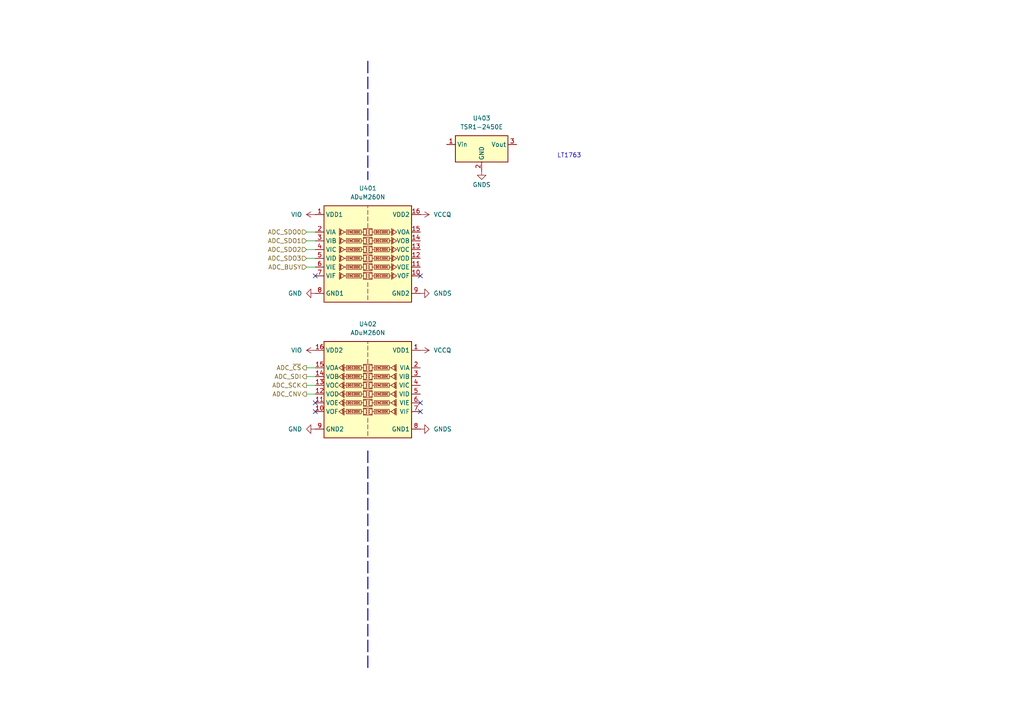
<source format=kicad_sch>
(kicad_sch (version 20231120) (generator "eeschema") (generator_version "8.0")
  (paper "A4")
  (lib_symbols
    (symbol "AD4030:VIO" (power) (pin_numbers hide) (pin_names (offset 0) hide)
      (property "Value" "VIO" (at 0 3.556 0))
      (symbol "VIO_0_1"
        (polyline (pts (xy -0.762 1.27) (xy 0 2.54)))
        (polyline (pts (xy 0 0) (xy 0 2.54)))
        (polyline (pts (xy 0 2.54) (xy 0.762 1.27)))
      )
      (symbol "VIO_1_1"
        (pin power_in line (at 0 0 90) (length 0) (name "~") (number "1"))
      )
    )
    (symbol "Isolator:ADuM260N"
      (property "Reference" "U" (at -11.43 16.51 0))
      (property "Value" "ADuM260N" (at 7.62 16.51 0))
      (symbol "ADuM260N_0_1"
        (polyline (pts (xy -8.001 8.128) (xy -7.62 8.128)))
        (polyline (pts (xy -8.0518 7.112) (xy -7.7978 7.112) (xy -7.7978 8.128)))
        (polyline (pts (xy -8.001 8.128) (xy -8.001 7.112) (xy -8.128 7.112)))
        (polyline (pts (xy -6.731 7.62) (xy -8.255 8.636) (xy -8.255 6.604) (xy -6.731 7.62)))
      )
      (symbol "ADuM260N_1_0"
        (rectangle (start -1.27 -4.064) (end 1.27 -6.096))
        (rectangle (start -1.27 -1.524) (end 1.27 -3.556))
        (rectangle (start -1.27 1.016) (end 1.27 -1.016))
        (rectangle (start -1.27 3.556) (end 1.27 1.524))
        (rectangle (start -1.27 6.096) (end 1.27 4.064))
        (rectangle (start -1.27 8.636) (end 1.27 6.604))
        (arc (start -0.508 -5.842) (mid -0.2551 -5.588) (end -0.508 -5.334))
        (arc (start -0.508 -5.334) (mid -0.2551 -5.08) (end -0.508 -4.826))
        (arc (start -0.508 -4.826) (mid -0.2551 -4.572) (end -0.508 -4.318))
        (arc (start -0.508 -3.302) (mid -0.2551 -3.048) (end -0.508 -2.794))
        (arc (start -0.508 -2.794) (mid -0.2551 -2.54) (end -0.508 -2.286))
        (arc (start -0.508 -2.286) (mid -0.2551 -2.032) (end -0.508 -1.778))
        (arc (start -0.508 -0.762) (mid -0.2551 -0.508) (end -0.508 -0.254))
        (arc (start -0.508 -0.254) (mid -0.2551 0) (end -0.508 0.254))
        (arc (start -0.508 0.254) (mid -0.2551 0.508) (end -0.508 0.762))
        (arc (start -0.508 1.778) (mid -0.2551 2.032) (end -0.508 2.286))
        (arc (start -0.508 2.286) (mid -0.2551 2.54) (end -0.508 2.794))
        (arc (start -0.508 2.794) (mid -0.2551 3.048) (end -0.508 3.302))
        (arc (start -0.508 4.318) (mid -0.2551 4.572) (end -0.508 4.826))
        (arc (start -0.508 4.826) (mid -0.2551 5.08) (end -0.508 5.334))
        (arc (start -0.508 5.334) (mid -0.2551 5.588) (end -0.508 5.842))
        (arc (start -0.508 6.858) (mid -0.2551 7.112) (end -0.508 7.366))
        (arc (start -0.508 7.366) (mid -0.2551 7.62) (end -0.508 7.874))
        (arc (start -0.508 7.874) (mid -0.2551 8.128) (end -0.508 8.382))
        (polyline (pts (xy -6.223 -5.08) (xy -6.858 -5.08)))
        (polyline (pts (xy -6.223 -2.54) (xy -6.858 -2.54)))
        (polyline (pts (xy -6.223 0) (xy -6.858 0)))
        (polyline (pts (xy -6.223 2.54) (xy -6.858 2.54)))
        (polyline (pts (xy -6.223 5.08) (xy -6.858 5.08)))
        (polyline (pts (xy -6.223 7.62) (xy -6.858 7.62)))
        (polyline (pts (xy -1.905 -5.08) (xy -1.27 -5.08)))
        (polyline (pts (xy -1.905 -2.54) (xy -1.27 -2.54)))
        (polyline (pts (xy -1.905 0) (xy -1.27 0)))
        (polyline (pts (xy -1.905 2.54) (xy -1.27 2.54)))
        (polyline (pts (xy -1.905 5.08) (xy -1.27 5.08)))
        (polyline (pts (xy -1.905 7.62) (xy -1.27 7.62)))
        (polyline (pts (xy -1.27 -5.842) (xy -0.508 -5.842)))
        (polyline (pts (xy -1.27 -4.318) (xy -0.508 -4.318)))
        (polyline (pts (xy -1.27 -3.302) (xy -0.508 -3.302)))
        (polyline (pts (xy -1.27 -1.778) (xy -0.508 -1.778)))
        (polyline (pts (xy -1.27 -0.762) (xy -0.508 -0.762)))
        (polyline (pts (xy -1.27 0.762) (xy -0.508 0.762)))
        (polyline (pts (xy -1.27 1.778) (xy -0.508 1.778)))
        (polyline (pts (xy -1.27 3.302) (xy -0.508 3.302)))
        (polyline (pts (xy -1.27 4.318) (xy -0.508 4.318)))
        (polyline (pts (xy -1.27 5.842) (xy -0.508 5.842)))
        (polyline (pts (xy -1.27 6.858) (xy -0.508 6.858)))
        (polyline (pts (xy -1.27 8.382) (xy -0.508 8.382)))
        (polyline (pts (xy 0 -10.795) (xy 0 -12.065)))
        (polyline (pts (xy 0 -8.89) (xy 0 -10.16)))
        (polyline (pts (xy 0 -6.985) (xy 0 -8.255)))
        (polyline (pts (xy 0 8.89) (xy 0 10.16)))
        (polyline (pts (xy 0 12.065) (xy 0 10.795)))
        (polyline (pts (xy 0 13.97) (xy 0 12.7)))
        (polyline (pts (xy 0 14.605) (xy 0 15.24)))
        (polyline (pts (xy 1.27 -5.842) (xy 0.508 -5.842)))
        (polyline (pts (xy 1.27 -4.318) (xy 0.508 -4.318)))
        (polyline (pts (xy 1.27 -3.302) (xy 0.508 -3.302)))
        (polyline (pts (xy 1.27 -1.778) (xy 0.508 -1.778)))
        (polyline (pts (xy 1.27 -0.762) (xy 0.508 -0.762)))
        (polyline (pts (xy 1.27 0.762) (xy 0.508 0.762)))
        (polyline (pts (xy 1.27 1.778) (xy 0.508 1.778)))
        (polyline (pts (xy 1.27 3.302) (xy 0.508 3.302)))
        (polyline (pts (xy 1.27 4.318) (xy 0.508 4.318)))
        (polyline (pts (xy 1.27 5.842) (xy 0.508 5.842)))
        (polyline (pts (xy 1.27 6.858) (xy 0.508 6.858)))
        (polyline (pts (xy 1.27 8.382) (xy 0.508 8.382)))
        (polyline (pts (xy 1.905 -5.08) (xy 1.27 -5.08)))
        (polyline (pts (xy 1.905 -2.54) (xy 1.27 -2.54)))
        (polyline (pts (xy 1.905 0) (xy 1.27 0)))
        (polyline (pts (xy 1.905 2.54) (xy 1.27 2.54)))
        (polyline (pts (xy 1.905 5.08) (xy 1.27 5.08)))
        (polyline (pts (xy 1.905 7.62) (xy 1.27 7.62)))
        (polyline (pts (xy 6.223 -5.08) (xy 6.858 -5.08)))
        (polyline (pts (xy 6.223 -2.54) (xy 6.858 -2.54)))
        (polyline (pts (xy 6.223 0) (xy 6.858 0)))
        (polyline (pts (xy 6.223 2.54) (xy 6.858 2.54)))
        (polyline (pts (xy 6.223 5.08) (xy 6.858 5.08)))
        (polyline (pts (xy 6.223 7.62) (xy 6.858 7.62)))
        (arc (start 0.508 -5.334) (mid 0.2551 -5.588) (end 0.508 -5.842))
        (arc (start 0.508 -4.826) (mid 0.2551 -5.08) (end 0.508 -5.334))
        (arc (start 0.508 -4.318) (mid 0.2551 -4.572) (end 0.508 -4.826))
        (arc (start 0.508 -2.794) (mid 0.2551 -3.048) (end 0.508 -3.302))
        (arc (start 0.508 -2.286) (mid 0.2551 -2.54) (end 0.508 -2.794))
        (arc (start 0.508 -1.778) (mid 0.2551 -2.032) (end 0.508 -2.286))
        (arc (start 0.508 -0.254) (mid 0.2551 -0.508) (end 0.508 -0.762))
        (arc (start 0.508 0.254) (mid 0.2551 0) (end 0.508 -0.254))
        (arc (start 0.508 0.762) (mid 0.2551 0.508) (end 0.508 0.254))
        (arc (start 0.508 2.286) (mid 0.2551 2.032) (end 0.508 1.778))
        (arc (start 0.508 2.794) (mid 0.2551 2.54) (end 0.508 2.286))
        (arc (start 0.508 3.302) (mid 0.2551 3.048) (end 0.508 2.794))
        (arc (start 0.508 4.826) (mid 0.2551 4.572) (end 0.508 4.318))
        (arc (start 0.508 5.334) (mid 0.2551 5.08) (end 0.508 4.826))
        (arc (start 0.508 5.842) (mid 0.2551 5.588) (end 0.508 5.334))
        (arc (start 0.508 7.366) (mid 0.2551 7.112) (end 0.508 6.858))
        (arc (start 0.508 7.874) (mid 0.2551 7.62) (end 0.508 7.366))
        (arc (start 0.508 8.382) (mid 0.2551 8.128) (end 0.508 7.874))
        (rectangle (start 1.905 -4.445) (end 6.223 -5.715))
        (rectangle (start 1.905 -1.905) (end 6.223 -3.175))
        (rectangle (start 1.905 0.635) (end 6.223 -0.635))
        (rectangle (start 1.905 3.175) (end 6.223 1.905))
        (rectangle (start 1.905 5.715) (end 6.223 4.445))
        (rectangle (start 1.905 8.255) (end 6.223 6.985))
        (text "DECODE" (at 4.064 -5.08 0) (effects (font (size 0.635 0.635))))
        (text "DECODE" (at 4.064 -2.54 0) (effects (font (size 0.635 0.635))))
        (text "DECODE" (at 4.064 0 0) (effects (font (size 0.635 0.635))))
        (text "DECODE" (at 4.064 2.54 0) (effects (font (size 0.635 0.635))))
        (text "DECODE" (at 4.064 5.08 0) (effects (font (size 0.635 0.635))))
        (text "DECODE" (at 4.064 7.62 0) (effects (font (size 0.635 0.635))))
        (text "ENCODE" (at -4.064 -5.08 0) (effects (font (size 0.635 0.635))))
        (text "ENCODE" (at -4.064 -2.54 0) (effects (font (size 0.635 0.635))))
        (text "ENCODE" (at -4.064 0 0) (effects (font (size 0.635 0.635))))
        (text "ENCODE" (at -4.064 2.54 0) (effects (font (size 0.635 0.635))))
        (text "ENCODE" (at -4.064 5.08 0) (effects (font (size 0.635 0.635))))
        (text "ENCODE" (at -4.064 7.62 0) (effects (font (size 0.635 0.635))))
      )
      (symbol "ADuM260N_1_1"
        (rectangle (start -12.7 15.24) (end 12.7 -12.7) (stroke (width 0.254)) (fill (type background)))
        (rectangle (start -1.905 -4.445) (end -6.223 -5.715))
        (rectangle (start -1.905 -1.905) (end -6.223 -3.175))
        (rectangle (start -1.905 0.635) (end -6.223 -0.635))
        (rectangle (start -1.905 3.175) (end -6.223 1.905))
        (rectangle (start -1.905 5.715) (end -6.223 4.445))
        (rectangle (start -1.905 8.255) (end -6.223 6.985))
        (polyline (pts (xy -8.001 -4.572) (xy -7.62 -4.572)))
        (polyline (pts (xy -8.001 -2.032) (xy -7.62 -2.032)))
        (polyline (pts (xy -8.001 0.508) (xy -7.62 0.508)))
        (polyline (pts (xy -8.001 3.048) (xy -7.62 3.048)))
        (polyline (pts (xy -8.001 5.588) (xy -7.62 5.588)))
        (polyline (pts (xy 7.112 -4.572) (xy 7.493 -4.572)))
        (polyline (pts (xy 7.112 -2.032) (xy 7.493 -2.032)))
        (polyline (pts (xy 7.112 0.508) (xy 7.493 0.508)))
        (polyline (pts (xy 7.112 3.048) (xy 7.493 3.048)))
        (polyline (pts (xy 7.112 5.588) (xy 7.493 5.588)))
        (polyline (pts (xy 7.112 8.128) (xy 7.493 8.128)))
        (polyline (pts (xy -8.0518 -5.588) (xy -7.7978 -5.588) (xy -7.7978 -4.572)))
        (polyline (pts (xy -8.0518 -3.048) (xy -7.7978 -3.048) (xy -7.7978 -2.032)))
        (polyline (pts (xy -8.0518 -0.508) (xy -7.7978 -0.508) (xy -7.7978 0.508)))
        (polyline (pts (xy -8.0518 2.032) (xy -7.7978 2.032) (xy -7.7978 3.048)))
        (polyline (pts (xy -8.0518 4.572) (xy -7.7978 4.572) (xy -7.7978 5.588)))
        (polyline (pts (xy -8.001 -4.572) (xy -8.001 -5.588) (xy -8.128 -5.588)))
        (polyline (pts (xy -8.001 -2.032) (xy -8.001 -3.048) (xy -8.128 -3.048)))
        (polyline (pts (xy -8.001 0.508) (xy -8.001 -0.508) (xy -8.128 -0.508)))
        (polyline (pts (xy -8.001 3.048) (xy -8.001 2.032) (xy -8.128 2.032)))
        (polyline (pts (xy -8.001 5.588) (xy -8.001 4.572) (xy -8.128 4.572)))
        (polyline (pts (xy 7.0612 -5.588) (xy 7.3152 -5.588) (xy 7.3152 -4.572)))
        (polyline (pts (xy 7.0612 -3.048) (xy 7.3152 -3.048) (xy 7.3152 -2.032)))
        (polyline (pts (xy 7.0612 -0.508) (xy 7.3152 -0.508) (xy 7.3152 0.508)))
        (polyline (pts (xy 7.0612 2.032) (xy 7.3152 2.032) (xy 7.3152 3.048)))
        (polyline (pts (xy 7.0612 4.572) (xy 7.3152 4.572) (xy 7.3152 5.588)))
        (polyline (pts (xy 7.0612 7.112) (xy 7.3152 7.112) (xy 7.3152 8.128)))
        (polyline (pts (xy 7.112 -4.572) (xy 7.112 -5.588) (xy 6.985 -5.588)))
        (polyline (pts (xy 7.112 -2.032) (xy 7.112 -3.048) (xy 6.985 -3.048)))
        (polyline (pts (xy 7.112 0.508) (xy 7.112 -0.508) (xy 6.985 -0.508)))
        (polyline (pts (xy 7.112 3.048) (xy 7.112 2.032) (xy 6.985 2.032)))
        (polyline (pts (xy 7.112 5.588) (xy 7.112 4.572) (xy 6.985 4.572)))
        (polyline (pts (xy 7.112 8.128) (xy 7.112 7.112) (xy 6.985 7.112)))
        (polyline (pts (xy -6.731 -5.08) (xy -8.255 -4.064) (xy -8.255 -6.096) (xy -6.731 -5.08)))
        (polyline (pts (xy -6.731 -2.54) (xy -8.255 -1.524) (xy -8.255 -3.556) (xy -6.731 -2.54)))
        (polyline (pts (xy -6.731 0) (xy -8.255 1.016) (xy -8.255 -1.016) (xy -6.731 0)))
        (polyline (pts (xy -6.731 2.54) (xy -8.255 3.556) (xy -8.255 1.524) (xy -6.731 2.54)))
        (polyline (pts (xy -6.731 5.08) (xy -8.255 6.096) (xy -8.255 4.064) (xy -6.731 5.08)))
        (polyline (pts (xy 8.382 -5.08) (xy 6.858 -4.064) (xy 6.858 -6.096) (xy 8.382 -5.08)))
        (polyline (pts (xy 8.382 -2.54) (xy 6.858 -1.524) (xy 6.858 -3.556) (xy 8.382 -2.54)))
        (polyline (pts (xy 8.382 0) (xy 6.858 1.016) (xy 6.858 -1.016) (xy 8.382 0)))
        (polyline (pts (xy 8.382 2.54) (xy 6.858 3.556) (xy 6.858 1.524) (xy 8.382 2.54)))
        (polyline (pts (xy 8.382 5.08) (xy 6.858 6.096) (xy 6.858 4.064) (xy 8.382 5.08)))
        (polyline (pts (xy 8.382 7.62) (xy 6.858 8.636) (xy 6.858 6.604) (xy 8.382 7.62)))
        (pin power_in line (at -15.24 12.7 0) (length 2.54) (name "VDD1") (number "1"))
        (pin output line (at 15.24 -5.08 180) (length 2.54) (name "VOF") (number "10"))
        (pin output line (at 15.24 -2.54 180) (length 2.54) (name "VOE") (number "11"))
        (pin output line (at 15.24 0 180) (length 2.54) (name "VOD") (number "12"))
        (pin output line (at 15.24 2.54 180) (length 2.54) (name "VOC") (number "13"))
        (pin output line (at 15.24 5.08 180) (length 2.54) (name "VOB") (number "14"))
        (pin output line (at 15.24 7.62 180) (length 2.54) (name "VOA") (number "15"))
        (pin power_in line (at 15.24 12.7 180) (length 2.54) (name "VDD2") (number "16"))
        (pin input line (at -15.24 7.62 0) (length 2.54) (name "VIA") (number "2"))
        (pin input line (at -15.24 5.08 0) (length 2.54) (name "VIB") (number "3"))
        (pin input line (at -15.24 2.54 0) (length 2.54) (name "VIC") (number "4"))
        (pin input line (at -15.24 0 0) (length 2.54) (name "VID") (number "5"))
        (pin input line (at -15.24 -2.54 0) (length 2.54) (name "VIE") (number "6"))
        (pin input line (at -15.24 -5.08 0) (length 2.54) (name "VIF") (number "7"))
        (pin power_in line (at -15.24 -10.16 0) (length 2.54) (name "GND1") (number "8"))
        (pin power_in line (at 15.24 -10.16 180) (length 2.54) (name "GND2") (number "9"))
      )
    )
    (symbol "Regulator_Switching:TSR1-2450E"
      (property "Reference" "U" (at -7.62 6.35 0))
      (property "Value" "TSR1-2450E" (at -3.81 6.35 0))
      (symbol "TSR1-2450E_0_1"
        (rectangle (start -7.62 5.08) (end 7.62 -2.54) (stroke (width 0.254)) (fill (type background)))
      )
      (symbol "TSR1-2450E_1_1"
        (pin power_in line (at -10.16 2.54 0) (length 2.54) (name "Vin") (number "1"))
        (pin power_in line (at 0 -5.08 90) (length 2.54) (name "GND") (number "2"))
        (pin power_out line (at 10.16 2.54 180) (length 2.54) (name "Vout") (number "3"))
      )
    )
    (symbol "power:GND" (power) (pin_numbers hide) (pin_names (offset 0) hide)
      (property "Value" "GND" (at 0 -3.81 0))
      (symbol "GND_0_1"
        (polyline (pts (xy 0 0) (xy 0 -1.27) (xy 1.27 -1.27) (xy 0 -2.54) (xy -1.27 -1.27) (xy 0 -1.27)))
      )
      (symbol "GND_1_1"
        (pin power_in line (at 0 0 270) (length 0) (name "~") (number "1"))
      )
    )
    (symbol "power:GNDS" (power) (pin_numbers hide) (pin_names (offset 0) hide)
      (property "Value" "GNDS" (at 0 -3.81 0))
      (symbol "GNDS_0_1"
        (polyline (pts (xy 0 0) (xy 0 -1.27) (xy 1.27 -1.27) (xy 0 -2.54) (xy -1.27 -1.27) (xy 0 -1.27)))
      )
      (symbol "GNDS_1_1"
        (pin power_in line (at 0 0 270) (length 0) (name "~") (number "1"))
      )
    )
    (symbol "power:VCCQ" (power) (pin_numbers hide) (pin_names (offset 0) hide)
      (property "Value" "VCCQ" (at 0 3.556 0))
      (symbol "VCCQ_0_1"
        (polyline (pts (xy -0.762 1.27) (xy 0 2.54)))
        (polyline (pts (xy 0 0) (xy 0 2.54)))
        (polyline (pts (xy 0 2.54) (xy 0.762 1.27)))
      )
      (symbol "VCCQ_1_1"
        (pin power_in line (at 0 0 90) (length 0) (name "~") (number "1"))
      )
    )
  )
  (no_connect (at 91.44 80.01))
  (no_connect (at 121.92 116.84))
  (no_connect (at 121.92 119.38))
  (no_connect (at 121.92 80.01))
  (no_connect (at 91.44 116.84))
  (no_connect (at 91.44 119.38))
  (polyline (pts (xy 106.68 130.81) (xy 106.68 194.31)) (stroke (width 0.3048) (type dash)))
  (wire (pts (xy 88.9 109.22) (xy 91.44 109.22)))
  (wire (pts (xy 88.9 114.3) (xy 91.44 114.3)))
  (wire (pts (xy 88.9 74.93) (xy 91.44 74.93)))
  (wire (pts (xy 88.9 106.68) (xy 91.44 106.68)))
  (wire (pts (xy 88.9 67.31) (xy 91.44 67.31)))
  (wire (pts (xy 88.9 77.47) (xy 91.44 77.47)))
  (wire (pts (xy 88.9 111.76) (xy 91.44 111.76)))
  (wire (pts (xy 88.9 69.85) (xy 91.44 69.85)))
  (wire (pts (xy 88.9 72.39) (xy 91.44 72.39)))
  (polyline (pts (xy 106.68 17.78) (xy 106.68 52.07)) (stroke (width 0.3048) (type dash)))
  (text "LT1763\n" (at 165.1 45.212 0) (effects (font (size 1.27 1.27))))
  (hierarchical_label "ADC_SDO0" (shape input) (at 88.9 67.31 180))
  (hierarchical_label "ADC_SCK" (shape output) (at 88.9 111.76 180))
  (hierarchical_label "ADC_SDO3" (shape input) (at 88.9 74.93 180))
  (hierarchical_label "ADC_SDO1" (shape input) (at 88.9 69.85 180))
  (hierarchical_label "ADC_SDO2" (shape input) (at 88.9 72.39 180))
  (hierarchical_label "ADC_~{CS}" (shape output) (at 88.9 106.68 180))
  (hierarchical_label "ADC_CNV" (shape output) (at 88.9 114.3 180))
  (hierarchical_label "ADC_SDI" (shape output) (at 88.9 109.22 180))
  (hierarchical_label "ADC_BUSY" (shape input) (at 88.9 77.47 180))
  (symbol (lib_id "Regulator_Switching:TSR1-2450E") (at 139.7 44.45 0) (unit 1)
    (property "Reference" "U403" (at 139.7 34.29 0))
    (property "Value" "TSR1-2450E" (at 139.7 36.83 0))
    (property "Footprint" "Converter_DCDC:Converter_DCDC_TRACO_TSR1-xxxxE_THT" (effects (hide yes)))
    (property "Datasheet" "https://www.tracopower.com/products/tsr1e.pdf" (effects (hide yes)))
    (property "Description" "1A step-down regulator, fixed 5V output voltage, 7-36V input voltage, TO-220 compatible LM78xx replacement" (effects (hide yes)))
  )
  (symbol (lib_id "power:VCCQ") (at 121.92 101.6 270) (unit 1)
    (property "Reference" "#PWR0406" (effects (hide yes)))
    (property "Value" "VCCQ" (at 125.73 101.5999 90) (effects (justify left)))
    (property "Description" "Power symbol creates a global label with name \"VCCQ\"" (effects (hide yes)))
  )
  (symbol (lib_id "power:GND") (at 91.44 124.46 270) (unit 1)
    (property "Reference" "#PWR0405" (effects (hide yes)))
    (property "Value" "GND" (at 87.63 124.4599 90) (effects (justify right)))
    (property "Description" "Power symbol creates a global label with name \"GND\" , ground" (effects (hide yes)))
  )
  (symbol (lib_id "AD4030:VIO") (at 91.44 101.6 90) (unit 1)
    (property "Reference" "#PWR0402" (effects (hide yes)))
    (property "Value" "VIO" (at 87.63 101.5999 90) (effects (justify left)))
    (property "Description" "Power symbol creates a global label with name \"VIO\"" (effects (hide yes)))
  )
  (symbol (lib_id "power:GNDS") (at 121.92 124.46 90) (unit 1)
    (property "Reference" "#PWR0408" (effects (hide yes)))
    (property "Value" "GNDS" (at 125.73 124.4599 90) (effects (justify right)))
    (property "Description" "Power symbol creates a global label with name \"GNDS\" , signal ground" (effects (hide yes)))
  )
  (symbol (lib_id "power:GND") (at 91.44 85.09 270) (unit 1)
    (property "Reference" "#PWR0403" (effects (hide yes)))
    (property "Value" "GND" (at 87.63 85.0899 90) (effects (justify right)))
    (property "Description" "Power symbol creates a global label with name \"GND\" , ground" (effects (hide yes)))
  )
  (symbol (lib_id "Isolator:ADuM260N") (at 106.68 74.93 0) (unit 1)
    (property "Reference" "U401" (at 106.68 54.61 0))
    (property "Value" "ADuM260N" (at 106.68 57.15 0))
    (property "Footprint" "Package_SO:SOIC-16W_7.5x12.8mm_P1.27mm" (effects (hide yes)))
    (property "Datasheet" "http://www.analog.com/media/en/technical-documentation/data-sheets/ADuM260N-261N-262N-263N.pdf" (effects (hide yes)))
    (property "Description" "5.0 kV RMS, 6-Channel Digital Isolator, 0 reverse channels, SOIC-16" (effects (hide yes)))
  )
  (symbol (lib_id "Isolator:ADuM260N") (at 106.68 114.3 0) (mirror y) (unit 1)
    (property "Reference" "U402" (at 106.68 93.98 0))
    (property "Value" "ADuM260N" (at 106.68 96.52 0))
    (property "Footprint" "Package_SO:SOIC-16W_7.5x12.8mm_P1.27mm" (effects (hide yes)))
    (property "Datasheet" "http://www.analog.com/media/en/technical-documentation/data-sheets/ADuM260N-261N-262N-263N.pdf" (effects (hide yes)))
    (property "Description" "5.0 kV RMS, 6-Channel Digital Isolator, 0 reverse channels, SOIC-16" (effects (hide yes)))
  )
  (symbol (lib_id "power:GNDS") (at 139.7 49.53 0) (unit 1)
    (property "Reference" "#PWR0409" (effects (hide yes)))
    (property "Value" "GNDS" (at 139.7 53.594 0))
    (property "Description" "Power symbol creates a global label with name \"GNDS\" , signal ground" (effects (hide yes)))
  )
  (symbol (lib_id "power:VCCQ") (at 121.92 62.23 270) (unit 1)
    (property "Reference" "#PWR0407" (effects (hide yes)))
    (property "Value" "VCCQ" (at 125.73 62.2299 90) (effects (justify left)))
    (property "Description" "Power symbol creates a global label with name \"VCCQ\"" (effects (hide yes)))
  )
  (symbol (lib_id "AD4030:VIO") (at 91.44 62.23 90) (unit 1)
    (property "Reference" "#PWR0401" (effects (hide yes)))
    (property "Value" "VIO" (at 87.63 62.2299 90) (effects (justify left)))
    (property "Description" "Power symbol creates a global label with name \"VIO\"" (effects (hide yes)))
  )
  (symbol (lib_id "power:GNDS") (at 121.92 85.09 90) (unit 1)
    (property "Reference" "#PWR0404" (effects (hide yes)))
    (property "Value" "GNDS" (at 125.73 85.0899 90) (effects (justify right)))
    (property "Description" "Power symbol creates a global label with name \"GNDS\" , signal ground" (effects (hide yes)))
  )
)
</source>
